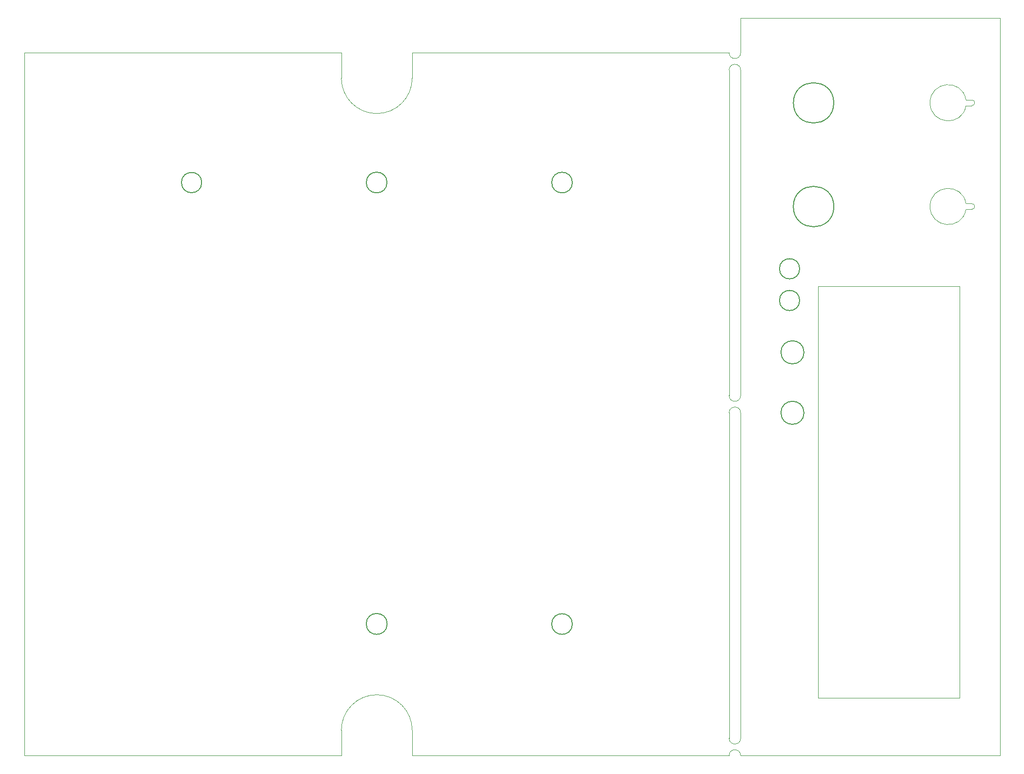
<source format=gm1>
G04 #@! TF.FileFunction,Profile,NP*
%FSLAX46Y46*%
G04 Gerber Fmt 4.6, Leading zero omitted, Abs format (unit mm)*
G04 Created by KiCad (PCBNEW 4.0.3-stable) date 04/08/17 14:38:16*
%MOMM*%
%LPD*%
G01*
G04 APERTURE LIST*
%ADD10C,0.100000*%
%ADD11C,0.010000*%
%ADD12C,0.150000*%
G04 APERTURE END LIST*
D10*
D11*
X209990000Y-73500000D02*
X209990000Y-145000000D01*
X209490000Y-73500000D02*
X209990000Y-73500000D01*
X209490000Y-145000000D02*
X209990000Y-145000000D01*
X170000000Y-33000000D02*
G75*
G03X172000000Y-33000000I1000000J0D01*
G01*
X172000000Y-155000000D02*
G75*
G03X170000000Y-155000000I-1000000J0D01*
G01*
X170000000Y-152000000D02*
G75*
G03X172000000Y-152000000I1000000J0D01*
G01*
X172000000Y-36000000D02*
G75*
G03X170000000Y-36000000I-1000000J0D01*
G01*
X172000000Y-95500000D02*
G75*
G03X170000000Y-95500000I-1000000J0D01*
G01*
X170000000Y-92500000D02*
G75*
G03X172000000Y-92500000I1000000J0D01*
G01*
X172000000Y-36000000D02*
X172000000Y-92500000D01*
X170000000Y-92500000D02*
X170000000Y-36000000D01*
X170000000Y-95500000D02*
X170000000Y-152000000D01*
X172000000Y-152000000D02*
X172000000Y-95500000D01*
X212110000Y-41180000D02*
X211110000Y-41180000D01*
X212110000Y-42180000D02*
X211110000Y-42180000D01*
X212110000Y-42180000D02*
G75*
G03X212110000Y-41180000I0J500000D01*
G01*
X211109340Y-41175926D02*
G75*
G03X211110000Y-42180000I-3099340J-504074D01*
G01*
X211109340Y-59175926D02*
G75*
G03X211110000Y-60180000I-3099340J-504074D01*
G01*
X212110000Y-60180000D02*
G75*
G03X212110000Y-59180000I0J500000D01*
G01*
X212110000Y-60180000D02*
X211110000Y-60180000D01*
X212110000Y-59180000D02*
X211110000Y-59180000D01*
D12*
X188172834Y-59700000D02*
G75*
G03X188172834Y-59700000I-3512834J0D01*
G01*
X188160000Y-41700000D02*
G75*
G03X188160000Y-41700000I-3500000J0D01*
G01*
X182240000Y-70500000D02*
G75*
G03X182240000Y-70500000I-1750000J0D01*
G01*
X182240000Y-76000000D02*
G75*
G03X182240000Y-76000000I-1750000J0D01*
G01*
X182990000Y-85000000D02*
G75*
G03X182990000Y-85000000I-2000000J0D01*
G01*
X182990000Y-95500000D02*
G75*
G03X182990000Y-95500000I-2000000J0D01*
G01*
D11*
X185490000Y-73500000D02*
X185490000Y-145000000D01*
X209490000Y-73500000D02*
X185490000Y-73500000D01*
X185490000Y-145000000D02*
X209490000Y-145000000D01*
X172000000Y-33000000D02*
X172000000Y-27000000D01*
X172000000Y-155000000D02*
X216990000Y-155000000D01*
X172000000Y-27000000D02*
X216990000Y-27000000D01*
X216990000Y-155000000D02*
X216990000Y-27000000D01*
X102700000Y-37400000D02*
G75*
G03X108850000Y-43550000I6150000J0D01*
G01*
X108850000Y-43550000D02*
G75*
G03X115000000Y-37400000I0J6150000D01*
G01*
X115000000Y-33000000D02*
X115000000Y-37400000D01*
X102700000Y-33000000D02*
X102700000Y-37400000D01*
X108850000Y-144450000D02*
G75*
G03X102700000Y-150600000I0J-6150000D01*
G01*
X115000000Y-150600000D02*
G75*
G03X108850000Y-144450000I-6150000J0D01*
G01*
X115000000Y-155000000D02*
X115000000Y-150600000D01*
X102700000Y-155000000D02*
X102700000Y-150600000D01*
X115000000Y-33000000D02*
X170000000Y-33000000D01*
X47700000Y-33000000D02*
X102700000Y-33000000D01*
X47700000Y-155000000D02*
X47700000Y-33000000D01*
X115000000Y-155000000D02*
X170000000Y-155000000D01*
X102700000Y-155000000D02*
X47700000Y-155000000D01*
D12*
X110629028Y-55520000D02*
G75*
G03X110629028Y-55520000I-1799028J0D01*
G01*
X110656645Y-132150000D02*
G75*
G03X110656645Y-132150000I-1816645J0D01*
G01*
X142790000Y-132170000D02*
G75*
G03X142790000Y-132170000I-1790000J0D01*
G01*
X142790251Y-55530000D02*
G75*
G03X142790251Y-55530000I-1790251J0D01*
G01*
X78470256Y-55530000D02*
G75*
G03X78470256Y-55530000I-1760256J0D01*
G01*
M02*

</source>
